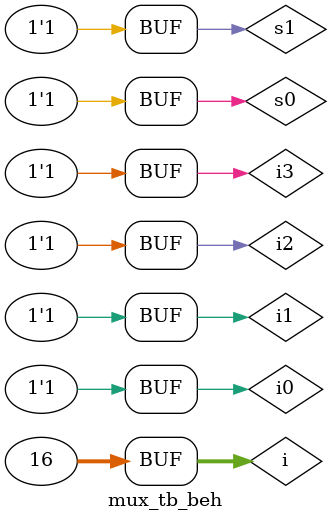
<source format=v>
module mux41_beh(i0,i1,i2,i3,s1,s0,out);
    input i0,i1,i2,i3,s1,s0;
    output reg out;
    always @ (*)
        begin
            if (s1)
                begin
                    if (s0)
                        out = i3;
                    else
                        out = i2;
                end
            else
                begin
                    if (s0)
                        out = i1;
                    else
                        out = i0;
                end
        end
endmodule

module mux_tb_beh;
    reg i0,i1,i2,i3,s1,s0;
    wire out;
    integer i;
    mux41_beh tb(i0,i1,i2,i3,s1,s0,out);
    initial begin
        for (i=0; i<=15; i=i+1) 
            begin
                {i0,i1,i2,i3} = i;
                {s1, s0} = 2'b00; #1;
                {s1, s0} = 2'b01; #1;
                {s1, s0} = 2'b10; #1;
                {s1, s0} = 2'b11; #1;
            end
    end
endmodule

</source>
